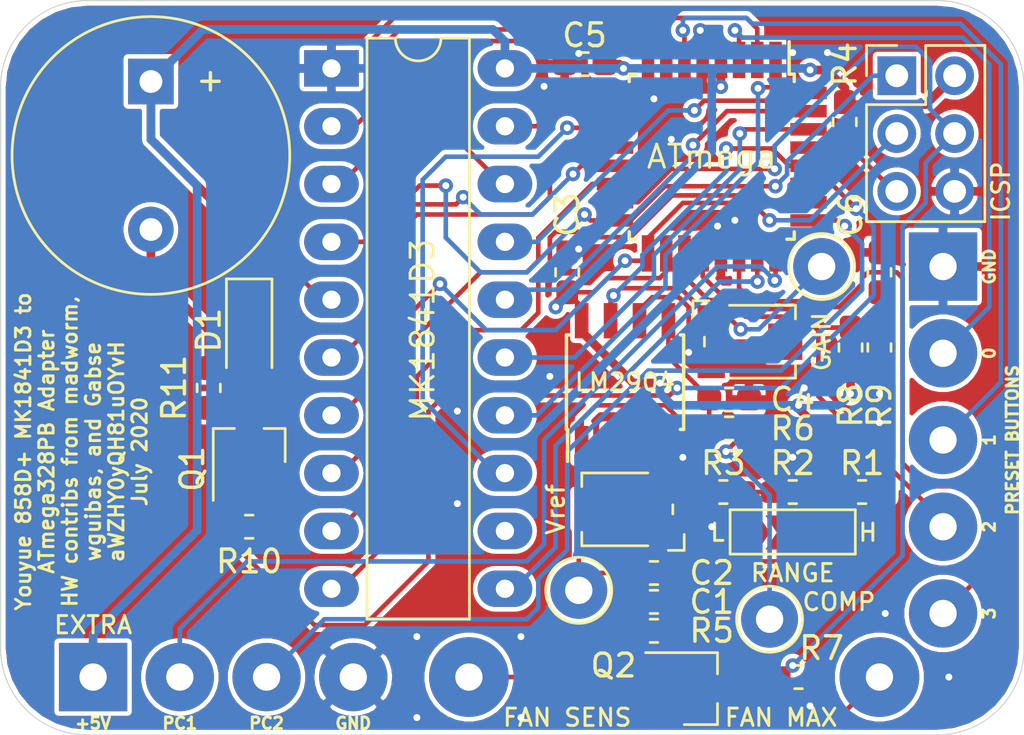
<source format=kicad_pcb>
(kicad_pcb (version 20171130) (host pcbnew "(5.1.0-0)")
  (layers (0 F.Cu signal) (31 B.Cu signal) (34 B.Paste user) (35 F.Paste user) (36 B.SilkS user) (37 F.SilkS user) (38 B.Mask user) (39 F.Mask user) (44 Edge.Cuts user))
  (net 0 "")
  (net 1 "Net-(BZ1-Pad2)")
  (net 2 +5V)
  (net 3 "Net-(C1-Pad2)")
  (net 4 "Net-(C1-Pad1)")
  (net 5 GND)
  (net 6 "Net-(C2-Pad1)")
  (net 7 "Net-(C4-Pad1)")
  (net 8 "Net-(C6-Pad1)")
  (net 9 /RESET)
  (net 10 /PB3)
  (net 11 /PB5)
  (net 12 /PB4)
  (net 13 /PC3)
  (net 14 /PD6)
  (net 15 /PB2)
  (net 16 /PD5)
  (net 17 /PD2)
  (net 18 /PB0)
  (net 19 /PD1)
  (net 20 /PB1)
  (net 21 /PD0)
  (net 22 /PD4)
  (net 23 /PD3)
  (net 24 /PD7)
  (net 25 /PB7)
  (net 26 "Net-(J3-Pad12)")
  (net 27 /PB6)
  (net 28 /PC0)
  (net 29 /PC2)
  (net 30 /PC1)
  (net 31 "Net-(J5-Pad1)")
  (net 32 "Net-(JP1-Pad3)")
  (net 33 "Net-(JP1-Pad2)")
  (net 34 "Net-(JP1-Pad1)")
  (net 35 /PC4)
  (net 36 "Net-(R6-Pad2)")
  (net 37 "Net-(RV2-Pad2)")
  (net 38 /PC5)
  (net 39 /PE3)
  (net 40 /PE2)
  (net 41 /PE1)
  (net 42 /PE0)
  (net 43 "Net-(Q1-Pad3)")
  (module Package_TO_SOT_SMD:SOT-23_Handsoldering (layer F.Cu) (at 44.958 44.958)
    (fp_text reference Q2 (at -3.81 -1.016) (layer F.SilkS))
    (fp_text value 2N7002)
    (pad 3 smd rect (at 1.5 0) (size 1.9 0.8) (layers F.Cu F.Paste F.Mask) (net 31 "Net-(J5-Pad1)"))
    (pad 2 smd rect (at -1.5 0.95) (size 1.9 0.8) (layers F.Cu F.Paste F.Mask) (net 5 GND))
    (pad 1 smd rect (at -1.5 -0.95) (size 1.9 0.8) (layers F.Cu F.Paste F.Mask) (net 10 /PB3))
  )
  (module Diode_SMD:D_SOD-123 (layer F.Cu) (at 25.146 29.21 270)
    (fp_text reference D1 (at 0 1.778 270) (layer F.SilkS))
    (fp_text value D_Small)
    (pad 2 smd rect (at 1.65 0 270) (size 0.9 1.2) (layers F.Cu F.Paste F.Mask) (net 1 "Net-(BZ1-Pad2)"))
    (pad 1 smd rect (at -1.65 0 270) (size 0.9 1.2) (layers F.Cu F.Paste F.Mask) (net 2 +5V))
  )
  (module Resistor_SMD:R_0603_1608Metric_Pad1.05x0.95mm_HandSolder (layer F.Cu) (at 23.368 31.75 270)
    (fp_text reference R11 (at 0 1.524 270) (layer F.SilkS))
    (fp_text value 220)
    (pad 2 smd roundrect (at 0.875 0 270) (size 1.05 0.95) (layers F.Cu F.Paste F.Mask) (net 43 "Net-(Q1-Pad3)"))
    (pad 1 smd roundrect (at -0.875 0 270) (size 1.05 0.95) (layers F.Cu F.Paste F.Mask) (net 1 "Net-(BZ1-Pad2)"))
  )
  (module Package_QFP:TQFP-32_7x7mm_P0.8mm (layer F.Cu) (at 45.466 21.59 270)
    (fp_text reference U2 hide)
    (fp_text value ATmega328PB-AU)
    (pad 32 smd rect (at -2.8 -4.25) (size 1.6 0.55) (layers F.Cu F.Paste F.Mask) (net 17 /PD2))
    (pad 31 smd rect (at -2 -4.25) (size 1.6 0.55) (layers F.Cu F.Paste F.Mask) (net 19 /PD1))
    (pad 30 smd rect (at -1.2 -4.25) (size 1.6 0.55) (layers F.Cu F.Paste F.Mask) (net 21 /PD0))
    (pad 29 smd rect (at -0.4 -4.25) (size 1.6 0.55) (layers F.Cu F.Paste F.Mask) (net 9 /RESET))
    (pad 28 smd rect (at 0.4 -4.25) (size 1.6 0.55) (layers F.Cu F.Paste F.Mask) (net 38 /PC5))
    (pad 27 smd rect (at 1.2 -4.25) (size 1.6 0.55) (layers F.Cu F.Paste F.Mask) (net 35 /PC4))
    (pad 26 smd rect (at 2 -4.25) (size 1.6 0.55) (layers F.Cu F.Paste F.Mask) (net 13 /PC3))
    (pad 25 smd rect (at 2.8 -4.25) (size 1.6 0.55) (layers F.Cu F.Paste F.Mask) (net 29 /PC2))
    (pad 24 smd rect (at 4.25 -2.8 270) (size 1.6 0.55) (layers F.Cu F.Paste F.Mask) (net 30 /PC1))
    (pad 23 smd rect (at 4.25 -2 270) (size 1.6 0.55) (layers F.Cu F.Paste F.Mask) (net 28 /PC0))
    (pad 22 smd rect (at 4.25 -1.2 270) (size 1.6 0.55) (layers F.Cu F.Paste F.Mask) (net 39 /PE3))
    (pad 21 smd rect (at 4.25 -0.4 270) (size 1.6 0.55) (layers F.Cu F.Paste F.Mask) (net 5 GND))
    (pad 20 smd rect (at 4.25 0.4 270) (size 1.6 0.55) (layers F.Cu F.Paste F.Mask) (net 8 "Net-(C6-Pad1)"))
    (pad 19 smd rect (at 4.25 1.2 270) (size 1.6 0.55) (layers F.Cu F.Paste F.Mask) (net 40 /PE2))
    (pad 18 smd rect (at 4.25 2 270) (size 1.6 0.55) (layers F.Cu F.Paste F.Mask) (net 2 +5V))
    (pad 17 smd rect (at 4.25 2.8 270) (size 1.6 0.55) (layers F.Cu F.Paste F.Mask) (net 11 /PB5))
    (pad 16 smd rect (at 2.8 4.25) (size 1.6 0.55) (layers F.Cu F.Paste F.Mask) (net 12 /PB4))
    (pad 15 smd rect (at 2 4.25) (size 1.6 0.55) (layers F.Cu F.Paste F.Mask) (net 10 /PB3))
    (pad 14 smd rect (at 1.2 4.25) (size 1.6 0.55) (layers F.Cu F.Paste F.Mask) (net 15 /PB2))
    (pad 13 smd rect (at 0.4 4.25) (size 1.6 0.55) (layers F.Cu F.Paste F.Mask) (net 20 /PB1))
    (pad 12 smd rect (at -0.4 4.25) (size 1.6 0.55) (layers F.Cu F.Paste F.Mask) (net 18 /PB0))
    (pad 11 smd rect (at -1.2 4.25) (size 1.6 0.55) (layers F.Cu F.Paste F.Mask) (net 24 /PD7))
    (pad 10 smd rect (at -2 4.25) (size 1.6 0.55) (layers F.Cu F.Paste F.Mask) (net 14 /PD6))
    (pad 9 smd rect (at -2.8 4.25) (size 1.6 0.55) (layers F.Cu F.Paste F.Mask) (net 16 /PD5))
    (pad 8 smd rect (at -4.25 2.8 270) (size 1.6 0.55) (layers F.Cu F.Paste F.Mask) (net 25 /PB7))
    (pad 7 smd rect (at -4.25 2 270) (size 1.6 0.55) (layers F.Cu F.Paste F.Mask) (net 27 /PB6))
    (pad 6 smd rect (at -4.25 1.2 270) (size 1.6 0.55) (layers F.Cu F.Paste F.Mask) (net 41 /PE1))
    (pad 5 smd rect (at -4.25 0.4 270) (size 1.6 0.55) (layers F.Cu F.Paste F.Mask) (net 5 GND))
    (pad 4 smd rect (at -4.25 -0.4 270) (size 1.6 0.55) (layers F.Cu F.Paste F.Mask) (net 2 +5V))
    (pad 3 smd rect (at -4.25 -1.2 270) (size 1.6 0.55) (layers F.Cu F.Paste F.Mask) (net 42 /PE0))
    (pad 2 smd rect (at -4.25 -2 270) (size 1.6 0.55) (layers F.Cu F.Paste F.Mask) (net 22 /PD4))
    (pad 1 smd rect (at -4.25 -2.8 270) (size 1.6 0.55) (layers F.Cu F.Paste F.Mask) (net 23 /PD3))
  )
  (module Connector_PinHeader_2.54mm:PinHeader_2x03_P2.54mm_Vertical (layer F.Cu) (at 53.594 18.034)
    (fp_text reference J2 hide)
    (fp_text value ICSP (at 4.572 5.08 90) (layer F.SilkS) (effects (font (size 0.762 0.762) (thickness 0.127))))
    (pad 6 thru_hole oval (at 2.54 5.08) (size 1.7 1.7) (drill 1) (layers *.Cu *.Mask) (net 5 GND))
    (pad 5 thru_hole oval (at 0 5.08) (size 1.7 1.7) (drill 1) (layers *.Cu *.Mask) (net 9 /RESET))
    (pad 4 thru_hole oval (at 2.54 2.54) (size 1.7 1.7) (drill 1) (layers *.Cu *.Mask) (net 10 /PB3))
    (pad 3 thru_hole oval (at 0 2.54) (size 1.7 1.7) (drill 1) (layers *.Cu *.Mask) (net 11 /PB5))
    (pad 2 thru_hole oval (at 2.54 0) (size 1.7 1.7) (drill 1) (layers *.Cu *.Mask) (net 2 +5V))
    (pad 1 thru_hole rect (at 0 0) (size 1.7 1.7) (drill 1) (layers *.Cu *.Mask) (net 12 /PB4))
  )
  (module Resistor_SMD:R_0603_1608Metric_Pad1.05x0.95mm_HandSolder (layer F.Cu) (at 25.146 37.846)
    (fp_text reference R10 (at 0 1.524) (layer F.SilkS))
    (fp_text value 10k)
    (pad 2 smd roundrect (at 0.875 0) (size 1.05 0.95) (layers F.Cu F.Paste F.Mask) (net 5 GND))
    (pad 1 smd roundrect (at -0.875 0) (size 1.05 0.95) (layers F.Cu F.Paste F.Mask) (net 35 /PC4))
  )
  (module Jumper:SolderJumper-3_P2.0mm_Open_TrianglePad1.0x1.5mm (layer F.Cu) (at 49.022 38.1)
    (fp_text reference JP1 hide)
    (fp_text value SolderJumper_3_Open)
    (pad 3 smd custom (at 2 0 180) (size 0.3 0.3) (layers F.Cu F.Mask) (net 32 "Net-(JP1-Pad3)") (options (clearance outline) (anchor rect)) (primitives (gr_poly (pts (xy -0.5 -0.75) (xy 0.5 -0.75) (xy 1 0) (xy 0.5 0.75) (xy -0.5 0.75)) (width 0))))
    (pad 2 smd custom (at 0 0) (size 0.3 0.3) (layers F.Cu) (net 33 "Net-(JP1-Pad2)") (options (clearance outline) (anchor rect)) (primitives (gr_poly (pts (xy -1.2 -0.75) (xy 1.2 -0.75) (xy 0.7 0) (xy 1.2 0.75) (xy -1.2 0.75) (xy -0.7 0)) (width 0))))
    (pad 1 smd custom (at -2 0) (size 0.3 0.3) (layers F.Cu F.Mask) (net 34 "Net-(JP1-Pad1)") (options (clearance outline) (anchor rect)) (primitives (gr_poly (pts (xy -0.5 -0.75) (xy 0.5 -0.75) (xy 1 0) (xy 0.5 0.75) (xy -0.5 0.75)) (width 0))))
  )
  (module Package_DIP:DIP-20_W7.62mm_LongPads (layer F.Cu) (at 28.76 17.712)
    (fp_text reference J3 hide)
    (fp_text value MK1841D3)
    (pad 20 thru_hole oval (at 7.62 0) (size 2.4 1.6) (drill 0.8) (layers *.Cu *.Mask) (net 2 +5V))
    (pad 10 thru_hole oval (at 0 22.86) (size 2.4 1.6) (drill 0.8) (layers *.Cu *.Mask) (net 13 /PC3))
    (pad 19 thru_hole oval (at 7.62 2.54) (size 2.4 1.6) (drill 0.8) (layers *.Cu *.Mask) (net 14 /PD6))
    (pad 9 thru_hole oval (at 0 20.32) (size 2.4 1.6) (drill 0.8) (layers *.Cu *.Mask) (net 15 /PB2))
    (pad 18 thru_hole oval (at 7.62 5.08) (size 2.4 1.6) (drill 0.8) (layers *.Cu *.Mask) (net 16 /PD5))
    (pad 8 thru_hole oval (at 0 17.78) (size 2.4 1.6) (drill 0.8) (layers *.Cu *.Mask) (net 11 /PB5))
    (pad 17 thru_hole oval (at 7.62 7.62) (size 2.4 1.6) (drill 0.8) (layers *.Cu *.Mask) (net 17 /PD2))
    (pad 7 thru_hole oval (at 0 15.24) (size 2.4 1.6) (drill 0.8) (layers *.Cu *.Mask) (net 18 /PB0))
    (pad 16 thru_hole oval (at 7.62 10.16) (size 2.4 1.6) (drill 0.8) (layers *.Cu *.Mask) (net 19 /PD1))
    (pad 6 thru_hole oval (at 0 12.7) (size 2.4 1.6) (drill 0.8) (layers *.Cu *.Mask) (net 20 /PB1))
    (pad 15 thru_hole oval (at 7.62 12.7) (size 2.4 1.6) (drill 0.8) (layers *.Cu *.Mask) (net 21 /PD0))
    (pad 5 thru_hole oval (at 0 10.16) (size 2.4 1.6) (drill 0.8) (layers *.Cu *.Mask) (net 22 /PD4))
    (pad 14 thru_hole oval (at 7.62 15.24) (size 2.4 1.6) (drill 0.8) (layers *.Cu *.Mask) (net 23 /PD3))
    (pad 4 thru_hole oval (at 0 7.62) (size 2.4 1.6) (drill 0.8) (layers *.Cu *.Mask) (net 12 /PB4))
    (pad 13 thru_hole oval (at 7.62 17.78) (size 2.4 1.6) (drill 0.8) (layers *.Cu *.Mask) (net 24 /PD7))
    (pad 3 thru_hole oval (at 0 5.08) (size 2.4 1.6) (drill 0.8) (layers *.Cu *.Mask) (net 25 /PB7))
    (pad 12 thru_hole oval (at 7.62 20.32) (size 2.4 1.6) (drill 0.8) (layers *.Cu *.Mask) (net 26 "Net-(J3-Pad12)"))
    (pad 2 thru_hole oval (at 0 2.54) (size 2.4 1.6) (drill 0.8) (layers *.Cu *.Mask) (net 27 /PB6))
    (pad 11 thru_hole oval (at 7.62 22.86) (size 2.4 1.6) (drill 0.8) (layers *.Cu *.Mask) (net 28 /PC0))
    (pad 1 thru_hole rect (at 0 0) (size 2.4 1.6) (drill 0.8) (layers *.Cu *.Mask) (net 5 GND))
  )
  (module Package_SO:SOIC-8_3.9x4.9mm_P1.27mm (layer F.Cu) (at 41.656 31.496 90)
    (fp_text reference U1 hide)
    (fp_text value LM2904)
    (pad 1 smd rect (at -2.7 -1.905 90) (size 1.55 0.6) (layers F.Cu F.Paste F.Mask) (net 36 "Net-(R6-Pad2)"))
    (pad 2 smd rect (at -2.7 -0.635 90) (size 1.55 0.6) (layers F.Cu F.Paste F.Mask) (net 6 "Net-(C2-Pad1)"))
    (pad 3 smd rect (at -2.7 0.635 90) (size 1.55 0.6) (layers F.Cu F.Paste F.Mask) (net 4 "Net-(C1-Pad1)"))
    (pad 4 smd rect (at -2.7 1.905 90) (size 1.55 0.6) (layers F.Cu F.Paste F.Mask) (net 5 GND))
    (pad 5 smd rect (at 2.7 1.905 90) (size 1.55 0.6) (layers F.Cu F.Paste F.Mask) (net 7 "Net-(C4-Pad1)"))
    (pad 6 smd rect (at 2.7 0.635 90) (size 1.55 0.6) (layers F.Cu F.Paste F.Mask) (net 37 "Net-(RV2-Pad2)"))
    (pad 7 smd rect (at 2.7 -0.635 90) (size 1.55 0.6) (layers F.Cu F.Paste F.Mask) (net 38 /PC5))
    (pad 8 smd rect (at 2.7 -1.905 90) (size 1.55 0.6) (layers F.Cu F.Paste F.Mask) (net 2 +5V))
  )
  (module TestPoint:TestPoint_THTPad_D2.5mm_Drill1.2mm (layer F.Cu) (at 50.292 26.416)
    (fp_text reference TP3 hide)
    (fp_text value FAN_SPEED)
    (pad 1 thru_hole circle (at 0 0) (size 2.5 2.5) (drill 1.2) (layers *.Cu *.Mask) (net 38 /PC5))
  )
  (module TestPoint:TestPoint_THTPad_D2.5mm_Drill1.2mm (layer F.Cu) (at 48.006 41.91)
    (fp_text reference TP2 hide)
    (fp_text value COMP_ADJ)
    (pad 1 thru_hole circle (at 0 0) (size 2.5 2.5) (drill 1.2) (layers *.Cu *.Mask) (net 36 "Net-(R6-Pad2)"))
  )
  (module TestPoint:TestPoint_THTPad_D2.5mm_Drill1.2mm (layer F.Cu) (at 39.624 40.64)
    (fp_text reference TP1 hide)
    (fp_text value Vref)
    (pad 1 thru_hole circle (at 0 0) (size 2.5 2.5) (drill 1.2) (layers *.Cu *.Mask) (net 6 "Net-(C2-Pad1)"))
  )
  (module 858D_Footprints:SolderWirePad_1x05_P3.81mm_Drill1.2mm (layer F.Cu) (at 55.626 26.416 270)
    (fp_text reference SW1 hide)
    (fp_text value SW_Push_4x)
    (pad 5 thru_hole circle (at 15.24 0 270) (size 2.99974 2.99974) (drill 1.19888) (layers *.Cu *.Mask) (net 39 /PE3))
    (pad 4 thru_hole circle (at 11.43 0 270) (size 2.99974 2.99974) (drill 1.19888) (layers *.Cu *.Mask) (net 40 /PE2))
    (pad 3 thru_hole circle (at 7.62 0 270) (size 2.99974 2.99974) (drill 1.19888) (layers *.Cu *.Mask) (net 41 /PE1))
    (pad 2 thru_hole circle (at 3.81 0 270) (size 2.99974 2.99974) (drill 1.19888) (layers *.Cu *.Mask) (net 42 /PE0))
    (pad 1 thru_hole rect (at 0 0 270) (size 2.99974 2.99974) (drill 1.19888) (layers *.Cu *.Mask) (net 5 GND))
  )
  (module Potentiometer_SMD:Potentiometer_Bourns_TC33X_Vertical (layer F.Cu) (at 47.244 29.718)
    (fp_text reference RV2 hide)
    (fp_text value 10k)
    (pad 2 smd rect (at 1.45 0) (size 1.5 1.6) (layers F.Cu F.Paste F.Mask) (net 37 "Net-(RV2-Pad2)"))
    (pad 3 smd rect (at -1.8 1) (size 1.2 1.2) (layers F.Cu F.Paste F.Mask) (net 5 GND))
    (pad 1 smd rect (at -1.8 -1) (size 1.2 1.2) (layers F.Cu F.Paste F.Mask) (net 38 /PC5))
  )
  (module Potentiometer_SMD:Potentiometer_Bourns_TC33X_Vertical (layer F.Cu) (at 41.656 37.084 180)
    (fp_text reference RV1 hide)
    (fp_text value 10k)
    (pad 2 smd rect (at 1.45 0 180) (size 1.5 1.6) (layers F.Cu F.Paste F.Mask) (net 6 "Net-(C2-Pad1)"))
    (pad 3 smd rect (at -1.8 1 180) (size 1.2 1.2) (layers F.Cu F.Paste F.Mask) (net 5 GND))
    (pad 1 smd rect (at -1.8 -1 180) (size 1.2 1.2) (layers F.Cu F.Paste F.Mask) (net 33 "Net-(JP1-Pad2)"))
  )
  (module Resistor_SMD:R_0603_1608Metric_Pad1.05x0.95mm_HandSolder (layer F.Cu) (at 52.832 29.972 270)
    (fp_text reference R9 (at 2.54 0 270) (layer F.SilkS))
    (fp_text value 10k)
    (pad 2 smd roundrect (at 0.875 0 270) (size 1.05 0.95) (layers F.Cu F.Paste F.Mask) (net 5 GND))
    (pad 1 smd roundrect (at -0.875 0 270) (size 1.05 0.95) (layers F.Cu F.Paste F.Mask) (net 8 "Net-(C6-Pad1)"))
  )
  (module Resistor_SMD:R_0603_1608Metric_Pad1.05x0.95mm_HandSolder (layer F.Cu) (at 51.562 29.972 90)
    (fp_text reference R8 (at -2.54 0 90) (layer F.SilkS))
    (fp_text value 10k)
    (pad 2 smd roundrect (at 0.875 0 90) (size 1.05 0.95) (layers F.Cu F.Paste F.Mask) (net 8 "Net-(C6-Pad1)"))
    (pad 1 smd roundrect (at -0.875 0 90) (size 1.05 0.95) (layers F.Cu F.Paste F.Mask) (net 2 +5V))
  )
  (module Resistor_SMD:R_0603_1608Metric_Pad1.05x0.95mm_HandSolder (layer F.Cu) (at 49.276 44.45)
    (fp_text reference R7 (at 1.016 -1.27) (layer F.SilkS))
    (fp_text value 10k)
    (pad 2 smd roundrect (at 0.875 0) (size 1.05 0.95) (layers F.Cu F.Paste F.Mask) (net 5 GND))
    (pad 1 smd roundrect (at -0.875 0) (size 1.05 0.95) (layers F.Cu F.Paste F.Mask) (net 10 /PB3))
  )
  (module Resistor_SMD:R_0603_1608Metric_Pad1.05x0.95mm_HandSolder (layer F.Cu) (at 46.228 33.528)
    (fp_text reference R6 (at 2.794 0) (layer F.SilkS))
    (fp_text value 100k)
    (pad 2 smd roundrect (at 0.875 0) (size 1.05 0.95) (layers F.Cu F.Paste F.Mask) (net 36 "Net-(R6-Pad2)"))
    (pad 1 smd roundrect (at -0.875 0) (size 1.05 0.95) (layers F.Cu F.Paste F.Mask) (net 7 "Net-(C4-Pad1)"))
  )
  (module Resistor_SMD:R_0603_1608Metric_Pad1.05x0.95mm_HandSolder (layer F.Cu) (at 42.926 42.418 180)
    (fp_text reference R5 (at -2.54 0 180) (layer F.SilkS))
    (fp_text value 1M)
    (pad 2 smd roundrect (at 0.875 0 180) (size 1.05 0.95) (layers F.Cu F.Paste F.Mask) (net 5 GND))
    (pad 1 smd roundrect (at -0.875 0 180) (size 1.05 0.95) (layers F.Cu F.Paste F.Mask) (net 4 "Net-(C1-Pad1)"))
  )
  (module Resistor_SMD:R_0603_1608Metric_Pad1.05x0.95mm_HandSolder (layer F.Cu) (at 51.308 20.066 270)
    (fp_text reference R4 (at -2.54 0 270) (layer F.SilkS))
    (fp_text value 10k)
    (pad 2 smd roundrect (at 0.875 0 270) (size 1.05 0.95) (layers F.Cu F.Paste F.Mask) (net 9 /RESET))
    (pad 1 smd roundrect (at -0.875 0 270) (size 1.05 0.95) (layers F.Cu F.Paste F.Mask) (net 2 +5V))
  )
  (module Resistor_SMD:R_0603_1608Metric_Pad1.05x0.95mm_HandSolder (layer F.Cu) (at 45.974 36.322 180)
    (fp_text reference R3 (at 0 1.27 180) (layer F.SilkS))
    (fp_text value 390)
    (pad 2 smd roundrect (at 0.875 0 180) (size 1.05 0.95) (layers F.Cu F.Paste F.Mask) (net 5 GND))
    (pad 1 smd roundrect (at -0.875 0 180) (size 1.05 0.95) (layers F.Cu F.Paste F.Mask) (net 34 "Net-(JP1-Pad1)"))
  )
  (module Resistor_SMD:R_0603_1608Metric_Pad1.05x0.95mm_HandSolder (layer F.Cu) (at 49.022 36.322 180)
    (fp_text reference R2 (at 0 1.27 180) (layer F.SilkS))
    (fp_text value 390)
    (pad 2 smd roundrect (at 0.875 0 180) (size 1.05 0.95) (layers F.Cu F.Paste F.Mask) (net 34 "Net-(JP1-Pad1)"))
    (pad 1 smd roundrect (at -0.875 0 180) (size 1.05 0.95) (layers F.Cu F.Paste F.Mask) (net 32 "Net-(JP1-Pad3)"))
  )
  (module Resistor_SMD:R_0603_1608Metric_Pad1.05x0.95mm_HandSolder (layer F.Cu) (at 52.07 36.322 180)
    (fp_text reference R1 (at 0 1.27 180) (layer F.SilkS))
    (fp_text value 10k)
    (pad 2 smd roundrect (at 0.875 0 180) (size 1.05 0.95) (layers F.Cu F.Paste F.Mask) (net 32 "Net-(JP1-Pad3)"))
    (pad 1 smd roundrect (at -0.875 0 180) (size 1.05 0.95) (layers F.Cu F.Paste F.Mask) (net 2 +5V))
  )
  (module Package_TO_SOT_SMD:SOT-23_Handsoldering (layer F.Cu) (at 25.146 34.29 90)
    (fp_text reference Q1 (at -1.016 -2.5 90) (layer F.SilkS))
    (fp_text value 2N7002)
    (pad 3 smd rect (at 1.5 0 90) (size 1.9 0.8) (layers F.Cu F.Paste F.Mask) (net 43 "Net-(Q1-Pad3)"))
    (pad 2 smd rect (at -1.5 0.95 90) (size 1.9 0.8) (layers F.Cu F.Paste F.Mask) (net 5 GND))
    (pad 1 smd rect (at -1.5 -0.95 90) (size 1.9 0.8) (layers F.Cu F.Paste F.Mask) (net 35 /PC4))
  )
  (module Connector_Wire:SolderWirePad_1x01_Drill1.2mm (layer F.Cu) (at 52.832 44.45)
    (fp_text reference J5 hide)
    (fp_text value FAN_MAX_SPEED)
    (pad 1 thru_hole circle (at 0 0) (size 3.50012 3.50012) (drill 1.19888) (layers *.Cu *.Mask) (net 31 "Net-(J5-Pad1)"))
  )
  (module Connector_Wire:SolderWirePad_1x04_P3.81mm_Drill1.2mm (layer F.Cu) (at 18.288 44.45)
    (fp_text reference J4 hide)
    (fp_text value Extra)
    (pad 4 thru_hole circle (at 11.43 0) (size 2.99974 2.99974) (drill 1.19888) (layers *.Cu *.Mask) (net 5 GND))
    (pad 3 thru_hole circle (at 7.62 0) (size 2.99974 2.99974) (drill 1.19888) (layers *.Cu *.Mask) (net 29 /PC2))
    (pad 2 thru_hole circle (at 3.81 0) (size 2.99974 2.99974) (drill 1.19888) (layers *.Cu *.Mask) (net 30 /PC1))
    (pad 1 thru_hole rect (at 0 0) (size 2.99974 2.99974) (drill 1.19888) (layers *.Cu *.Mask) (net 2 +5V))
  )
  (module Connector_Wire:SolderWirePad_1x01_Drill1.2mm (layer F.Cu) (at 34.798 44.45)
    (fp_text reference J1 hide)
    (fp_text value ISENSE)
    (pad 1 thru_hole circle (at 0 0) (size 3.50012 3.50012) (drill 1.19888) (layers *.Cu *.Mask) (net 3 "Net-(C1-Pad2)"))
  )
  (module Capacitor_SMD:C_0603_1608Metric_Pad1.05x0.95mm_HandSolder (layer F.Cu) (at 52.832 26.67 90)
    (fp_text reference C6 (at 2.54 -1.27 90) (layer F.SilkS))
    (fp_text value 100n)
    (pad 2 smd roundrect (at 0.875 0 90) (size 1.05 0.95) (layers F.Cu F.Paste F.Mask) (net 5 GND))
    (pad 1 smd roundrect (at -0.875 0 90) (size 1.05 0.95) (layers F.Cu F.Paste F.Mask) (net 8 "Net-(C6-Pad1)"))
  )
  (module Capacitor_SMD:C_0603_1608Metric_Pad1.05x0.95mm_HandSolder (layer F.Cu) (at 39.878 17.526)
    (fp_text reference C5 (at 0 -1.27) (layer F.SilkS))
    (fp_text value 100n)
    (pad 2 smd roundrect (at 0.875 0) (size 1.05 0.95) (layers F.Cu F.Paste F.Mask) (net 2 +5V))
    (pad 1 smd roundrect (at -0.875 0) (size 1.05 0.95) (layers F.Cu F.Paste F.Mask) (net 5 GND))
  )
  (module Capacitor_SMD:C_0603_1608Metric_Pad1.05x0.95mm_HandSolder (layer F.Cu) (at 46.228 32.258)
    (fp_text reference C4 (at 2.794 0) (layer F.SilkS))
    (fp_text value 1µ)
    (pad 2 smd roundrect (at 0.875 0) (size 1.05 0.95) (layers F.Cu F.Paste F.Mask) (net 5 GND))
    (pad 1 smd roundrect (at -0.875 0) (size 1.05 0.95) (layers F.Cu F.Paste F.Mask) (net 7 "Net-(C4-Pad1)"))
  )
  (module Capacitor_SMD:C_0603_1608Metric_Pad1.05x0.95mm_HandSolder (layer F.Cu) (at 39.116 26.67 90)
    (fp_text reference C3 (at 2.54 0 90) (layer F.SilkS))
    (fp_text value 100n)
    (pad 2 smd roundrect (at 0.875 0 90) (size 1.05 0.95) (layers F.Cu F.Paste F.Mask) (net 5 GND))
    (pad 1 smd roundrect (at -0.875 0 90) (size 1.05 0.95) (layers F.Cu F.Paste F.Mask) (net 2 +5V))
  )
  (module Capacitor_SMD:C_0603_1608Metric_Pad1.05x0.95mm_HandSolder (layer F.Cu) (at 42.926 39.878)
    (fp_text reference C2 (at 2.54 0) (layer F.SilkS))
    (fp_text value 100n)
    (pad 2 smd roundrect (at 0.875 0) (size 1.05 0.95) (layers F.Cu F.Paste F.Mask) (net 5 GND))
    (pad 1 smd roundrect (at -0.875 0) (size 1.05 0.95) (layers F.Cu F.Paste F.Mask) (net 6 "Net-(C2-Pad1)"))
  )
  (module Capacitor_SMD:C_0603_1608Metric_Pad1.05x0.95mm_HandSolder (layer F.Cu) (at 42.926 41.148 180)
    (fp_text reference C1 (at -2.54 0 180) (layer F.SilkS))
    (fp_text value 100n)
    (pad 2 smd roundrect (at 0.875 0 180) (size 1.05 0.95) (layers F.Cu F.Paste F.Mask) (net 3 "Net-(C1-Pad2)"))
    (pad 1 smd roundrect (at -0.875 0 180) (size 1.05 0.95) (layers F.Cu F.Paste F.Mask) (net 4 "Net-(C1-Pad1)"))
  )
  (module 858D_Footprints:Buzzer_12x9.5RM6.5 (layer F.Cu) (at 20.828 18.288 270)
    (fp_text reference BZ1 hide)
    (fp_text value Buzzer)
    (fp_text user + (at -0.01 -2.54 270) (layer F.SilkS))
    (pad 2 thru_hole circle (at 6.5 0 270) (size 2 2) (drill 1) (layers *.Cu *.Mask) (net 1 "Net-(BZ1-Pad2)"))
    (pad 1 thru_hole rect (at 0 0 270) (size 2 2) (drill 1) (layers *.Cu *.Mask) (net 2 +5V))
  )
  (gr_text LM2904 (at 41.656 31.496) (layer F.SilkS) (effects (font (size 0.762 0.762) (thickness 0.127))))
  (gr_text 3 (at 57.658 41.656 90) (layer F.SilkS) (effects (font (size 0.508 0.508) (thickness 0.127))))
  (gr_text 2 (at 57.658 37.846 90) (layer F.SilkS) (effects (font (size 0.508 0.508) (thickness 0.127))))
  (gr_text 1 (at 57.658 34.036 90) (layer F.SilkS) (effects (font (size 0.508 0.508) (thickness 0.127))))
  (gr_text 0 (at 57.658 30.226 90) (layer F.SilkS) (effects (font (size 0.508 0.508) (thickness 0.127))))
  (gr_text GND (at 57.658 26.416 90) (layer F.SilkS) (effects (font (size 0.508 0.508) (thickness 0.127))))
  (gr_text "PRESET BUTTONS" (at 58.674 34.036 90) (layer F.SilkS) (effects (font (size 0.508 0.508) (thickness 0.127))))
  (gr_text GND (at 29.718 46.482) (layer F.SilkS) (effects (font (size 0.508 0.508) (thickness 0.127))))
  (gr_text PC2 (at 25.908 46.482) (layer F.SilkS) (effects (font (size 0.508 0.508) (thickness 0.127))))
  (gr_text PC1 (at 22.098 46.482) (layer F.SilkS) (effects (font (size 0.508 0.508) (thickness 0.127))))
  (gr_text +5V (at 18.288 46.482) (layer F.SilkS) (effects (font (size 0.508 0.508) (thickness 0.127))))
  (gr_text ATmega (at 45.466 21.59) (layer F.SilkS) (effects (font (size 1.016 1.016) (thickness 0.127))))
  (gr_text "Youyue 858D+ MK1841D3 to\nATmega328PB Adapter\nHW contribs from madworm,\nwguibas, and Gabse\naWZHY0yQH81uOYvH\nJuly 2020" (at 17.78 34.544 90) (layer F.SilkS) (effects (font (size 0.635 0.635) (thickness 0.127))))
  (gr_arc (start 18.034 43.18) (end 14.224 43.18) (angle -90) (layer Edge.Cuts) (width 0.05))
  (gr_arc (start 18.034 18.542) (end 18.034 14.732) (angle -90) (layer Edge.Cuts) (width 0.05))
  (gr_arc (start 55.372 18.542) (end 59.182 18.542) (angle -90) (layer Edge.Cuts) (width 0.05))
  (gr_arc (start 55.372 43.18) (end 55.372 46.99) (angle -90) (layer Edge.Cuts) (width 0.05))
  (gr_line (start 18.034 14.732) (end 55.372 14.732) (layer Edge.Cuts) (width 0.05))
  (gr_line (start 14.224 43.18) (end 14.224 18.542) (layer Edge.Cuts) (width 0.05))
  (gr_line (start 55.372 46.99) (end 18.034 46.99) (layer Edge.Cuts) (width 0.05))
  (gr_line (start 59.182 18.542) (end 59.182 43.18) (layer Edge.Cuts) (width 0.05))
  (gr_text EXTRA (at 18.288 42.164) (layer F.SilkS) (effects (font (size 0.762 0.762) (thickness 0.127))))
  (gr_text "FAN SENS" (at 39.116 46.228) (layer F.SilkS) (effects (font (size 0.762 0.762) (thickness 0.127))))
  (gr_text "FAN MAX" (at 48.514 46.228) (layer F.SilkS) (effects (font (size 0.762 0.762) (thickness 0.127))))
  (gr_text COMP (at 51.054 41.148) (layer F.SilkS) (effects (font (size 0.762 0.762) (thickness 0.127))))
  (gr_text GAIN (at 50.292 29.718 90) (layer F.SilkS) (effects (font (size 0.762 0.762) (thickness 0.127))))
  (gr_text MK1841D3 (at 32.766 29.21 90) (layer F.SilkS) (effects (font (size 1.016 1.016) (thickness 0.127))))
  (gr_text RANGE (at 49.022 39.878) (layer F.SilkS) (effects (font (size 0.762 0.762) (thickness 0.127))))
  (gr_text H (at 52.324 38.1) (layer F.SilkS) (effects (font (size 0.762 0.762) (thickness 0.127))))
  (gr_text L (at 45.72 38.1) (layer F.SilkS) (effects (font (size 0.762 0.762) (thickness 0.127))))
  (gr_text Vref (at 38.608 37.084 90) (layer F.SilkS) (effects (font (size 0.762 0.762) (thickness 0.127))))
  (segment (start 20.828 26.67) (end 20.828 24.788) (width 0.381) (layer F.Cu) (net 1))
  (segment (start 25.146 30.714) (end 24.872 30.714) (width 0.381) (layer F.Cu) (net 1))
  (segment (start 24.985 30.875) (end 25.146 30.714) (width 0.381) (layer F.Cu) (net 1))
  (segment (start 23.368 30.875) (end 24.985 30.875) (width 0.381) (layer F.Cu) (net 1))
  (segment (start 23.368 29.21) (end 23.368 30.875) (width 0.381) (layer F.Cu) (net 1))
  (segment (start 20.828 26.67) (end 23.368 29.21) (width 0.381) (layer F.Cu) (net 1))
  (segment (start 23.114 16.002) (end 20.828 18.288) (width 0.381) (layer B.Cu) (net 2))
  (segment (start 35.851 16.002) (end 23.114 16.002) (width 0.381) (layer B.Cu) (net 2))
  (segment (start 36.38 16.531) (end 35.851 16.002) (width 0.381) (layer B.Cu) (net 2))
  (segment (start 36.38 17.712) (end 36.38 16.531) (width 0.381) (layer B.Cu) (net 2))
  (segment (start 20.828 20.828) (end 25.146 25.146) (width 0.381) (layer F.Cu) (net 2))
  (segment (start 25.146 25.146) (end 25.146 27.333) (width 0.381) (layer F.Cu) (net 2))
  (segment (start 20.828 18.288) (end 20.828 20.828) (width 0.381) (layer F.Cu) (net 2))
  (segment (start 51.421 19.304) (end 51.308 19.191) (width 0.381) (layer F.Cu) (net 2))
  (segment (start 54.864 19.304) (end 51.421 19.304) (width 0.381) (layer F.Cu) (net 2))
  (segment (start 56.134 18.034) (end 54.864 19.304) (width 0.381) (layer F.Cu) (net 2))
  (segment (start 50.522 17.78) (end 51.308 18.566) (width 0.381) (layer F.Cu) (net 2))
  (segment (start 51.308 18.566) (end 51.308 19.191) (width 0.381) (layer F.Cu) (net 2))
  (segment (start 49.784 17.78) (end 50.522 17.78) (width 0.381) (layer F.Cu) (net 2))
  (via (at 49.784 17.78) (size 0.635) (drill 0.3048) (layers F.Cu B.Cu) (net 2))
  (segment (start 49.716 17.712) (end 49.784 17.78) (width 0.381) (layer B.Cu) (net 2))
  (via (at 41.588 17.712) (size 0.635) (drill 0.3048) (layers F.Cu B.Cu) (net 2))
  (segment (start 41.402 17.526) (end 41.588 17.712) (width 0.381) (layer F.Cu) (net 2))
  (segment (start 40.753 17.526) (end 41.402 17.526) (width 0.381) (layer F.Cu) (net 2))
  (segment (start 36.38 17.712) (end 41.588 17.712) (width 0.381) (layer B.Cu) (net 2))
  (via (at 49.276 32.512) (size 0.635) (drill 0.3048) (layers F.Cu B.Cu) (net 2))
  (segment (start 49.276 32.653) (end 49.276 32.512) (width 0.381) (layer F.Cu) (net 2))
  (segment (start 52.945 36.322) (end 49.276 32.653) (width 0.381) (layer F.Cu) (net 2))
  (via (at 51.562 32.004) (size 0.635) (drill 0.3048) (layers F.Cu B.Cu) (net 2))
  (segment (start 51.054 32.512) (end 51.562 32.004) (width 0.381) (layer B.Cu) (net 2))
  (segment (start 49.276 32.512) (end 51.054 32.512) (width 0.381) (layer B.Cu) (net 2))
  (segment (start 51.562 32.004) (end 51.562 30.847) (width 0.381) (layer F.Cu) (net 2))
  (segment (start 46.55 17.712) (end 49.716 17.712) (width 0.381) (layer B.Cu) (net 2))
  (segment (start 45.788 17.712) (end 46.55 17.712) (width 0.381) (layer B.Cu) (net 2))
  (segment (start 40.894 26.924) (end 40.273 27.545) (width 0.2032) (layer F.Cu) (net 2))
  (segment (start 43.18 26.924) (end 40.894 26.924) (width 0.2032) (layer F.Cu) (net 2))
  (segment (start 40.273 27.545) (end 39.116 27.545) (width 0.2032) (layer F.Cu) (net 2))
  (segment (start 43.466 26.638) (end 43.18 26.924) (width 0.2032) (layer F.Cu) (net 2))
  (segment (start 43.466 25.84) (end 43.466 26.638) (width 0.2032) (layer F.Cu) (net 2))
  (segment (start 39.751 28.18) (end 39.116 27.545) (width 0.2032) (layer F.Cu) (net 2))
  (segment (start 39.751 28.796) (end 39.751 28.18) (width 0.2032) (layer F.Cu) (net 2))
  (segment (start 45.466 18.796) (end 45.466 21.336) (width 0.381) (layer B.Cu) (net 2))
  (via (at 38.608 28.194) (size 0.635) (drill 0.3048) (layers F.Cu B.Cu) (net 2))
  (segment (start 38.925499 27.876501) (end 38.608 28.194) (width 0.381) (layer B.Cu) (net 2))
  (segment (start 45.466 21.336) (end 38.925499 27.876501) (width 0.381) (layer B.Cu) (net 2))
  (segment (start 38.608 28.053) (end 39.116 27.545) (width 0.381) (layer F.Cu) (net 2))
  (segment (start 38.608 28.194) (end 38.608 28.053) (width 0.381) (layer F.Cu) (net 2))
  (segment (start 45.466 17.898) (end 45.652 17.712) (width 0.381) (layer B.Cu) (net 2))
  (segment (start 45.652 17.712) (end 45.788 17.712) (width 0.381) (layer B.Cu) (net 2))
  (segment (start 41.588 17.712) (end 45.652 17.712) (width 0.381) (layer B.Cu) (net 2))
  (segment (start 45.866 17.34) (end 45.866 18.521) (width 0.381) (layer F.Cu) (net 2))
  (via (at 45.866003 18.521003) (size 0.635) (drill 0.3048) (layers F.Cu B.Cu) (net 2))
  (segment (start 45.866 18.521) (end 45.866003 18.521003) (width 0.381) (layer F.Cu) (net 2))
  (segment (start 45.486997 18.521003) (end 45.466 18.542) (width 0.381) (layer B.Cu) (net 2))
  (segment (start 45.866003 18.521003) (end 45.486997 18.521003) (width 0.381) (layer B.Cu) (net 2))
  (segment (start 45.466 18.542) (end 45.466 17.898) (width 0.381) (layer B.Cu) (net 2))
  (segment (start 45.466 18.796) (end 45.466 18.542) (width 0.381) (layer B.Cu) (net 2))
  (segment (start 43.714037 32.512) (end 43.185159 31.983122) (width 0.381) (layer B.Cu) (net 2))
  (segment (start 43.185159 31.983122) (end 43.185159 31.53411) (width 0.381) (layer B.Cu) (net 2))
  (via (at 43.185159 31.53411) (size 0.635) (drill 0.3048) (layers F.Cu B.Cu) (net 2))
  (segment (start 42.736147 31.53411) (end 43.185159 31.53411) (width 0.381) (layer F.Cu) (net 2))
  (segment (start 49.276 32.512) (end 43.714037 32.512) (width 0.381) (layer B.Cu) (net 2))
  (segment (start 39.751 29.271) (end 42.01411 31.53411) (width 0.381) (layer F.Cu) (net 2))
  (segment (start 39.751 28.796) (end 39.751 29.271) (width 0.381) (layer F.Cu) (net 2))
  (segment (start 42.01411 31.53411) (end 42.736147 31.53411) (width 0.381) (layer F.Cu) (net 2))
  (segment (start 18.288 42.56913) (end 18.288 44.45) (width 0.381) (layer B.Cu) (net 2))
  (segment (start 22.86 37.99713) (end 18.288 42.56913) (width 0.381) (layer B.Cu) (net 2))
  (segment (start 22.86 22.86) (end 22.86 37.99713) (width 0.381) (layer B.Cu) (net 2))
  (segment (start 20.828 20.828) (end 22.86 22.86) (width 0.381) (layer B.Cu) (net 2))
  (segment (start 20.828 18.288) (end 20.828 20.828) (width 0.381) (layer B.Cu) (net 2))
  (segment (start 40.066958 44.45) (end 40.8375 43.679458) (width 0.2032) (layer F.Cu) (net 3))
  (segment (start 37.592 44.45) (end 40.066958 44.45) (width 0.2032) (layer F.Cu) (net 3))
  (segment (start 40.8375 43.679458) (end 40.8375 42.3615) (width 0.2032) (layer F.Cu) (net 3))
  (segment (start 42.051 41.148) (end 40.8375 42.3615) (width 0.2032) (layer F.Cu) (net 3))
  (segment (start 37.592 44.45) (end 34.798 44.45) (width 0.2032) (layer F.Cu) (net 3))
  (segment (start 43.801 42.418) (end 43.801 41.148) (width 0.2032) (layer F.Cu) (net 4))
  (segment (start 43.801 41.148) (end 42.926 40.273) (width 0.2032) (layer F.Cu) (net 4))
  (segment (start 42.926 40.273) (end 42.926 39.37) (width 0.2032) (layer F.Cu) (net 4))
  (segment (start 42.291 38.735) (end 42.291 34.196) (width 0.2032) (layer F.Cu) (net 4))
  (segment (start 42.926 39.37) (end 42.291 38.735) (width 0.2032) (layer F.Cu) (net 4))
  (via (at 43.688 20.828) (size 0.635) (drill 0.3048) (layers F.Cu B.Cu) (net 5))
  (via (at 34.29 32.766) (size 0.635) (drill 0.3048) (layers F.Cu B.Cu) (net 5))
  (via (at 45.466 37.846) (size 0.635) (drill 0.3048) (layers F.Cu B.Cu) (net 5))
  (via (at 52.832 32.004) (size 0.635) (drill 0.3048) (layers F.Cu B.Cu) (net 5))
  (via (at 52.832 33.274) (size 0.635) (drill 0.3048) (layers F.Cu B.Cu) (net 5))
  (via (at 42.926 19.05) (size 0.635) (drill 0.3048) (layers F.Cu B.Cu) (net 5))
  (via (at 55.88 44.45) (size 0.635) (drill 0.3048) (layers F.Cu B.Cu) (net 5))
  (via (at 53.086 41.656) (size 0.635) (drill 0.3048) (layers F.Cu B.Cu) (net 5))
  (via (at 49.784 45.72) (size 0.635) (drill 0.3048) (layers F.Cu B.Cu) (net 5))
  (via (at 32.512 46.228) (size 0.635) (drill 0.3048) (layers F.Cu B.Cu) (net 5))
  (via (at 37.084 46.228) (size 0.635) (drill 0.3048) (layers F.Cu B.Cu) (net 5))
  (via (at 32.512 42.672) (size 0.635) (drill 0.3048) (layers F.Cu B.Cu) (net 5))
  (via (at 37.084 42.672) (size 0.635) (drill 0.3048) (layers F.Cu B.Cu) (net 5))
  (via (at 49.022 34.798) (size 0.635) (drill 0.3048) (layers F.Cu B.Cu) (net 5))
  (via (at 34.29 36.83) (size 0.635) (drill 0.3048) (layers F.Cu B.Cu) (net 5))
  (via (at 49.53 31.75) (size 0.635) (drill 0.3048) (layers F.Cu B.Cu) (net 5))
  (via (at 38.354 31.242) (size 0.635) (drill 0.3048) (layers F.Cu B.Cu) (net 5))
  (via (at 49.022 17.018) (size 0.635) (drill 0.3048) (layers F.Cu B.Cu) (net 5))
  (via (at 50.546 17.018) (size 0.635) (drill 0.3048) (layers F.Cu B.Cu) (net 5))
  (via (at 39.618841 25.648841) (size 0.635) (drill 0.3048) (layers F.Cu B.Cu) (net 5))
  (segment (start 43.878501 34.480501) (end 44.196 34.798) (width 0.381) (layer F.Cu) (net 5))
  (segment (start 43.594 34.196) (end 43.878501 34.480501) (width 0.381) (layer F.Cu) (net 5))
  (segment (start 43.561 34.196) (end 43.594 34.196) (width 0.381) (layer F.Cu) (net 5))
  (via (at 44.196 34.798) (size 0.635) (drill 0.3048) (layers F.Cu B.Cu) (net 5))
  (via (at 39.624 17.05611) (size 0.635) (drill 0.3048) (layers F.Cu B.Cu) (net 5))
  (via (at 38.100003 18.500992) (size 0.635) (drill 0.3048) (layers F.Cu B.Cu) (net 5))
  (via (at 44.958023 16.04011) (size 0.635) (drill 0.3048) (layers F.Cu B.Cu) (net 5))
  (via (at 46.482 24.384) (size 0.635) (drill 0.3048) (layers F.Cu B.Cu) (net 5))
  (via (at 45.72 24.638) (size 0.635) (drill 0.3048) (layers F.Cu B.Cu) (net 5))
  (via (at 44.45 30.18789) (size 0.635) (drill 0.3048) (layers F.Cu B.Cu) (net 5))
  (segment (start 39.618841 25.648841) (end 39.872841 25.648841) (width 0.2032) (layer F.Cu) (net 5))
  (segment (start 41.021 35.1742) (end 41.021 34.196) (width 0.2032) (layer F.Cu) (net 6))
  (segment (start 41.021 35.2658) (end 41.021 35.1742) (width 0.2032) (layer F.Cu) (net 6))
  (segment (start 40.206 36.0808) (end 41.021 35.2658) (width 0.2032) (layer F.Cu) (net 6))
  (segment (start 40.206 37.084) (end 40.206 36.0808) (width 0.2032) (layer F.Cu) (net 6))
  (segment (start 39.624 37.666) (end 40.206 37.084) (width 0.2032) (layer F.Cu) (net 6))
  (segment (start 39.624 40.64) (end 39.624 37.666) (width 0.2032) (layer F.Cu) (net 6))
  (segment (start 40.386 39.878) (end 39.624 40.64) (width 0.2032) (layer F.Cu) (net 6))
  (segment (start 42.051 39.878) (end 40.386 39.878) (width 0.2032) (layer F.Cu) (net 6))
  (segment (start 45.353 33.528) (end 45.353 32.258) (width 0.2032) (layer F.Cu) (net 7))
  (segment (start 44.853928 31.693678) (end 43.561 30.40075) (width 0.2032) (layer F.Cu) (net 7))
  (segment (start 44.853928 31.758928) (end 44.853928 31.693678) (width 0.2032) (layer F.Cu) (net 7))
  (segment (start 43.561 30.40075) (end 43.561 29.7742) (width 0.2032) (layer F.Cu) (net 7))
  (segment (start 45.353 32.258) (end 44.853928 31.758928) (width 0.2032) (layer F.Cu) (net 7))
  (segment (start 43.561 29.7742) (end 43.561 28.796) (width 0.2032) (layer F.Cu) (net 7))
  (segment (start 51.562 29.097) (end 52.832 29.097) (width 0.2032) (layer F.Cu) (net 8))
  (segment (start 52.832 29.097) (end 52.832 27.545) (width 0.2032) (layer F.Cu) (net 8))
  (segment (start 50.987 29.097) (end 51.562 29.097) (width 0.2032) (layer F.Cu) (net 8))
  (segment (start 50.474012 29.097) (end 50.987 29.097) (width 0.2032) (layer F.Cu) (net 8))
  (segment (start 45.066 25.84) (end 45.066 26.8432) (width 0.2032) (layer F.Cu) (net 8))
  (segment (start 46.355188 27.559188) (end 47.082765 28.286765) (width 0.2032) (layer F.Cu) (net 8))
  (segment (start 45.781988 27.559188) (end 46.355188 27.559188) (width 0.2032) (layer F.Cu) (net 8))
  (segment (start 49.663777 28.286765) (end 50.474012 29.097) (width 0.2032) (layer F.Cu) (net 8))
  (segment (start 45.066 26.8432) (end 45.781988 27.559188) (width 0.2032) (layer F.Cu) (net 8))
  (segment (start 47.082765 28.286765) (end 49.663777 28.286765) (width 0.2032) (layer F.Cu) (net 8))
  (segment (start 51.162 21.19) (end 49.716 21.19) (width 0.2032) (layer F.Cu) (net 9))
  (segment (start 53.481 23.114) (end 53.594 23.114) (width 0.2032) (layer F.Cu) (net 9))
  (segment (start 51.308 20.941) (end 53.481 23.114) (width 0.2032) (layer F.Cu) (net 9))
  (segment (start 43.682167 22.127033) (end 47.781955 22.127033) (width 0.2032) (layer F.Cu) (net 10))
  (segment (start 55.055399 19.495399) (end 55.055399 17.383917) (width 0.2032) (layer B.Cu) (net 10))
  (segment (start 48.230967 21.678021) (end 48.230967 22.127033) (width 0.2032) (layer B.Cu) (net 10))
  (segment (start 52.578 16.764) (end 48.230967 21.111033) (width 0.2032) (layer B.Cu) (net 10))
  (segment (start 55.055399 17.383917) (end 54.435482 16.764) (width 0.2032) (layer B.Cu) (net 10))
  (segment (start 42.2192 23.59) (end 43.682167 22.127033) (width 0.2032) (layer F.Cu) (net 10))
  (segment (start 54.435482 16.764) (end 52.578 16.764) (width 0.2032) (layer B.Cu) (net 10))
  (segment (start 47.781955 22.127033) (end 48.230967 22.127033) (width 0.2032) (layer F.Cu) (net 10))
  (segment (start 48.230967 21.111033) (end 48.230967 21.678021) (width 0.2032) (layer B.Cu) (net 10))
  (segment (start 41.216 23.59) (end 42.2192 23.59) (width 0.2032) (layer F.Cu) (net 10))
  (segment (start 56.134 20.574) (end 55.055399 19.495399) (width 0.2032) (layer B.Cu) (net 10))
  (via (at 48.230967 22.127033) (size 0.635) (drill 0.3048) (layers F.Cu B.Cu) (net 10))
  (segment (start 47.901928 43.950928) (end 48.401 44.45) (width 0.2032) (layer F.Cu) (net 10))
  (segment (start 44.668272 43.950928) (end 47.901928 43.950928) (width 0.2032) (layer F.Cu) (net 10))
  (segment (start 44.6112 44.008) (end 44.668272 43.950928) (width 0.2032) (layer F.Cu) (net 10))
  (segment (start 43.458 44.008) (end 44.6112 44.008) (width 0.2032) (layer F.Cu) (net 10))
  (via (at 49.022 43.942) (size 0.635) (drill 0.3048) (layers F.Cu B.Cu) (net 10))
  (segment (start 48.909 43.942) (end 48.401 44.45) (width 0.2032) (layer F.Cu) (net 10))
  (segment (start 49.022 43.942) (end 48.909 43.942) (width 0.2032) (layer F.Cu) (net 10))
  (segment (start 53.848 24.638) (end 53.848 39.116) (width 0.2032) (layer B.Cu) (net 10))
  (segment (start 53.848 39.116) (end 49.022 43.942) (width 0.2032) (layer B.Cu) (net 10))
  (segment (start 54.864 23.622) (end 53.848 24.638) (width 0.2032) (layer B.Cu) (net 10))
  (segment (start 54.864 21.844) (end 54.864 23.622) (width 0.2032) (layer B.Cu) (net 10))
  (segment (start 56.134 20.574) (end 54.864 21.844) (width 0.2032) (layer B.Cu) (net 10))
  (via (at 41.656 26.162) (size 0.635) (drill 0.3048) (layers F.Cu B.Cu) (net 11))
  (segment (start 42.344 26.162) (end 42.666 25.84) (width 0.2032) (layer F.Cu) (net 11))
  (segment (start 41.656 26.162) (end 42.344 26.162) (width 0.2032) (layer F.Cu) (net 11))
  (via (at 48.006 24.384) (size 0.635) (drill 0.3048) (layers F.Cu B.Cu) (net 11))
  (segment (start 49.784 24.384) (end 48.006 24.384) (width 0.2032) (layer B.Cu) (net 11))
  (segment (start 52.236001 21.931999) (end 49.784 24.384) (width 0.2032) (layer B.Cu) (net 11))
  (segment (start 52.236001 21.931999) (end 53.594 20.574) (width 0.2032) (layer B.Cu) (net 11))
  (segment (start 35.56 29.21) (end 33.845499 27.495499) (width 0.2032) (layer B.Cu) (net 11))
  (segment (start 31.496 29.21) (end 33.210501 27.495499) (width 0.2032) (layer F.Cu) (net 11))
  (segment (start 38.608 29.21) (end 35.56 29.21) (width 0.2032) (layer B.Cu) (net 11))
  (segment (start 33.210501 27.495499) (end 33.528 27.178) (width 0.2032) (layer F.Cu) (net 11))
  (segment (start 33.845499 27.495499) (end 33.528 27.178) (width 0.2032) (layer B.Cu) (net 11))
  (segment (start 41.656 26.162) (end 38.608 29.21) (width 0.2032) (layer B.Cu) (net 11))
  (segment (start 29.16 35.492) (end 31.496 33.156) (width 0.2032) (layer F.Cu) (net 11))
  (segment (start 31.496 33.156) (end 31.496 29.21) (width 0.2032) (layer F.Cu) (net 11))
  (segment (start 28.76 35.492) (end 29.16 35.492) (width 0.2032) (layer F.Cu) (net 11))
  (via (at 33.528 27.178) (size 0.635) (drill 0.3048) (layers F.Cu B.Cu) (net 11))
  (segment (start 42.666 25.153518) (end 42.666 25.84) (width 0.2032) (layer F.Cu) (net 11))
  (segment (start 47.244 23.622) (end 44.197518 23.622) (width 0.2032) (layer F.Cu) (net 11))
  (segment (start 48.006 24.384) (end 47.244 23.622) (width 0.2032) (layer F.Cu) (net 11))
  (segment (start 44.197518 23.622) (end 42.666 25.153518) (width 0.2032) (layer F.Cu) (net 11))
  (segment (start 52.5408 18.034) (end 48.777069 21.797731) (width 0.2032) (layer B.Cu) (net 12))
  (segment (start 48.578625 22.570949) (end 48.261126 22.888448) (width 0.2032) (layer B.Cu) (net 12))
  (segment (start 53.594 18.034) (end 52.5408 18.034) (width 0.2032) (layer B.Cu) (net 12))
  (segment (start 41.904 24.39) (end 43.405552 22.888448) (width 0.2032) (layer F.Cu) (net 12))
  (segment (start 48.777069 21.797731) (end 48.777069 22.372505) (width 0.2032) (layer B.Cu) (net 12))
  (segment (start 43.405552 22.888448) (end 47.812114 22.888448) (width 0.2032) (layer F.Cu) (net 12))
  (segment (start 41.216 24.39) (end 41.904 24.39) (width 0.2032) (layer F.Cu) (net 12))
  (segment (start 48.777069 22.372505) (end 48.578625 22.570949) (width 0.2032) (layer B.Cu) (net 12))
  (segment (start 47.812114 22.888448) (end 48.261126 22.888448) (width 0.2032) (layer F.Cu) (net 12))
  (via (at 48.261126 22.888448) (size 0.635) (drill 0.3048) (layers F.Cu B.Cu) (net 12))
  (segment (start 40.138 24.39) (end 39.878 24.13) (width 0.2032) (layer F.Cu) (net 12))
  (segment (start 41.216 24.39) (end 40.138 24.39) (width 0.2032) (layer F.Cu) (net 12))
  (via (at 39.878 24.13) (size 0.635) (drill 0.3048) (layers F.Cu B.Cu) (net 12))
  (via (at 33.782 22.86) (size 0.635) (drill 0.3048) (layers F.Cu B.Cu) (net 12))
  (segment (start 28.76 25.332) (end 30.1632 25.332) (width 0.2032) (layer F.Cu) (net 12))
  (segment (start 33.332988 22.86) (end 33.782 22.86) (width 0.2032) (layer F.Cu) (net 12))
  (segment (start 32.6352 22.86) (end 33.332988 22.86) (width 0.2032) (layer F.Cu) (net 12))
  (segment (start 30.1632 25.332) (end 32.6352 22.86) (width 0.2032) (layer F.Cu) (net 12))
  (segment (start 39.878 24.13) (end 37.338 26.67) (width 0.2032) (layer B.Cu) (net 12))
  (segment (start 33.782 23.309012) (end 33.782 22.86) (width 0.2032) (layer B.Cu) (net 12))
  (segment (start 35.306 26.67) (end 33.782 25.146) (width 0.2032) (layer B.Cu) (net 12))
  (segment (start 37.338 26.67) (end 35.306 26.67) (width 0.2032) (layer B.Cu) (net 12))
  (segment (start 33.782 25.146) (end 33.782 23.309012) (width 0.2032) (layer B.Cu) (net 12))
  (segment (start 47.678988 23.59) (end 47.380777 23.291789) (width 0.2032) (layer F.Cu) (net 13))
  (segment (start 32.512 31.242) (end 32.512 37.22) (width 0.2032) (layer F.Cu) (net 13))
  (segment (start 37.084 29.21) (end 34.544 29.21) (width 0.2032) (layer F.Cu) (net 13))
  (segment (start 43.727729 23.291789) (end 41.891759 25.127759) (width 0.2032) (layer F.Cu) (net 13))
  (segment (start 37.846 26.924) (end 37.846 28.448) (width 0.2032) (layer F.Cu) (net 13))
  (segment (start 39.878 24.892) (end 38.608 24.892) (width 0.2032) (layer F.Cu) (net 13))
  (segment (start 49.716 23.59) (end 47.678988 23.59) (width 0.2032) (layer F.Cu) (net 13))
  (segment (start 47.380777 23.291789) (end 43.727729 23.291789) (width 0.2032) (layer F.Cu) (net 13))
  (segment (start 38.608 24.892) (end 38.354 25.146) (width 0.2032) (layer F.Cu) (net 13))
  (segment (start 34.544 29.21) (end 32.512 31.242) (width 0.2032) (layer F.Cu) (net 13))
  (segment (start 38.354 25.146) (end 38.354 26.416) (width 0.2032) (layer F.Cu) (net 13))
  (segment (start 37.846 28.448) (end 37.084 29.21) (width 0.2032) (layer F.Cu) (net 13))
  (segment (start 32.512 37.22) (end 29.16 40.572) (width 0.2032) (layer F.Cu) (net 13))
  (segment (start 41.891759 25.127759) (end 40.113759 25.127759) (width 0.2032) (layer F.Cu) (net 13))
  (segment (start 38.354 26.416) (end 37.846 26.924) (width 0.2032) (layer F.Cu) (net 13))
  (segment (start 40.113759 25.127759) (end 39.878 24.892) (width 0.2032) (layer F.Cu) (net 13))
  (segment (start 29.16 40.572) (end 28.76 40.572) (width 0.2032) (layer F.Cu) (net 13))
  (segment (start 38.4452 19.59) (end 40.2128 19.59) (width 0.2032) (layer F.Cu) (net 14))
  (segment (start 40.2128 19.59) (end 41.216 19.59) (width 0.2032) (layer F.Cu) (net 14))
  (segment (start 37.7832 20.252) (end 38.4452 19.59) (width 0.2032) (layer F.Cu) (net 14))
  (segment (start 36.38 20.252) (end 37.7832 20.252) (width 0.2032) (layer F.Cu) (net 14))
  (segment (start 29.024 38.032) (end 28.76 38.032) (width 0.2032) (layer F.Cu) (net 15))
  (segment (start 32.004 35.052) (end 29.024 38.032) (width 0.2032) (layer F.Cu) (net 15))
  (segment (start 32.004 29.972) (end 32.004 35.052) (width 0.2032) (layer F.Cu) (net 15))
  (segment (start 37.846 25.1568) (end 37.846 26.162) (width 0.2032) (layer F.Cu) (net 15))
  (segment (start 37.338 26.67) (end 35.306 26.67) (width 0.2032) (layer F.Cu) (net 15))
  (segment (start 37.846 26.162) (end 37.338 26.67) (width 0.2032) (layer F.Cu) (net 15))
  (segment (start 35.306 26.67) (end 32.004 29.972) (width 0.2032) (layer F.Cu) (net 15))
  (segment (start 40.2128 22.79) (end 37.846 25.1568) (width 0.2032) (layer F.Cu) (net 15))
  (segment (start 41.216 22.79) (end 40.2128 22.79) (width 0.2032) (layer F.Cu) (net 15))
  (segment (start 40.126 18.79) (end 41.216 18.79) (width 0.2032) (layer F.Cu) (net 16))
  (segment (start 39.868898 19.047102) (end 40.126 18.79) (width 0.2032) (layer F.Cu) (net 16))
  (segment (start 35.054898 19.047102) (end 39.868898 19.047102) (width 0.2032) (layer F.Cu) (net 16))
  (segment (start 34.544 19.558) (end 35.054898 19.047102) (width 0.2032) (layer F.Cu) (net 16))
  (segment (start 34.544 21.082) (end 34.544 19.558) (width 0.2032) (layer F.Cu) (net 16))
  (segment (start 36.254 22.792) (end 34.544 21.082) (width 0.2032) (layer F.Cu) (net 16))
  (segment (start 36.38 22.792) (end 36.254 22.792) (width 0.2032) (layer F.Cu) (net 16))
  (via (at 44.704 19.558) (size 0.635) (drill 0.3048) (layers F.Cu B.Cu) (net 17))
  (segment (start 44.34479 19.558) (end 44.704 19.558) (width 0.2032) (layer B.Cu) (net 17))
  (segment (start 36.38 25.332) (end 37.7832 25.332) (width 0.2032) (layer B.Cu) (net 17))
  (segment (start 37.7832 25.332) (end 43.5572 19.558) (width 0.2032) (layer B.Cu) (net 17))
  (segment (start 43.5572 19.558) (end 44.34479 19.558) (width 0.2032) (layer B.Cu) (net 17))
  (segment (start 49.716 18.79) (end 48.7128 18.79) (width 0.2032) (layer F.Cu) (net 17))
  (segment (start 48.7128 18.79) (end 48.372187 19.130613) (width 0.2032) (layer F.Cu) (net 17))
  (segment (start 45.021499 19.240501) (end 44.704 19.558) (width 0.2032) (layer F.Cu) (net 17))
  (segment (start 48.372187 19.130613) (end 45.131387 19.130613) (width 0.2032) (layer F.Cu) (net 17))
  (segment (start 45.131387 19.130613) (end 45.021499 19.240501) (width 0.2032) (layer F.Cu) (net 17))
  (segment (start 30.988 31.124) (end 29.16 32.952) (width 0.2032) (layer F.Cu) (net 18))
  (segment (start 30.988 25.654) (end 30.988 31.124) (width 0.2032) (layer F.Cu) (net 18))
  (segment (start 32.512 24.13) (end 30.988 25.654) (width 0.2032) (layer F.Cu) (net 18))
  (segment (start 29.16 32.952) (end 28.76 32.952) (width 0.2032) (layer F.Cu) (net 18))
  (segment (start 37.592 24.13) (end 32.512 24.13) (width 0.2032) (layer F.Cu) (net 18))
  (segment (start 38.354 23.368) (end 37.592 24.13) (width 0.2032) (layer F.Cu) (net 18))
  (segment (start 38.354 22.098) (end 38.354 23.368) (width 0.2032) (layer F.Cu) (net 18))
  (segment (start 39.262 21.19) (end 38.354 22.098) (width 0.2032) (layer F.Cu) (net 18))
  (segment (start 41.216 21.19) (end 39.262 21.19) (width 0.2032) (layer F.Cu) (net 18))
  (segment (start 44.894491 20.826231) (end 44.640492 21.08023) (width 0.2032) (layer F.Cu) (net 19))
  (via (at 44.640492 21.08023) (size 0.635) (drill 0.3048) (layers F.Cu B.Cu) (net 19))
  (segment (start 49.716 19.59) (end 46.130722 19.59) (width 0.2032) (layer F.Cu) (net 19))
  (segment (start 46.130722 19.59) (end 44.894491 20.826231) (width 0.2032) (layer F.Cu) (net 19))
  (segment (start 44.640492 21.529242) (end 44.640492 21.08023) (width 0.2032) (layer B.Cu) (net 19))
  (segment (start 38.737734 27.432) (end 44.640492 21.529242) (width 0.2032) (layer B.Cu) (net 19))
  (segment (start 37.22 27.432) (end 38.737734 27.432) (width 0.2032) (layer B.Cu) (net 19))
  (segment (start 36.78 27.872) (end 37.22 27.432) (width 0.2032) (layer B.Cu) (net 19))
  (segment (start 36.38 27.872) (end 36.78 27.872) (width 0.2032) (layer B.Cu) (net 19))
  (via (at 39.37 22.352) (size 0.635) (drill 0.3048) (layers F.Cu B.Cu) (net 20))
  (segment (start 39.732 21.99) (end 39.37 22.352) (width 0.2032) (layer F.Cu) (net 20))
  (segment (start 41.216 21.99) (end 39.732 21.99) (width 0.2032) (layer F.Cu) (net 20))
  (segment (start 34.861499 23.685499) (end 34.544 23.368) (width 0.2032) (layer B.Cu) (net 20))
  (segment (start 32.343291 23.685499) (end 34.226501 23.685499) (width 0.2032) (layer F.Cu) (net 20))
  (segment (start 30.48 29.092) (end 30.48 25.54879) (width 0.2032) (layer F.Cu) (net 20))
  (segment (start 39.37 22.352) (end 37.592 24.13) (width 0.2032) (layer B.Cu) (net 20))
  (segment (start 37.592 24.13) (end 35.306 24.13) (width 0.2032) (layer B.Cu) (net 20))
  (segment (start 29.16 30.412) (end 30.48 29.092) (width 0.2032) (layer F.Cu) (net 20))
  (segment (start 35.306 24.13) (end 34.861499 23.685499) (width 0.2032) (layer B.Cu) (net 20))
  (segment (start 28.76 30.412) (end 29.16 30.412) (width 0.2032) (layer F.Cu) (net 20))
  (segment (start 30.48 25.54879) (end 32.343291 23.685499) (width 0.2032) (layer F.Cu) (net 20))
  (segment (start 34.226501 23.685499) (end 34.544 23.368) (width 0.2032) (layer F.Cu) (net 20))
  (via (at 34.544 23.368) (size 0.635) (drill 0.3048) (layers F.Cu B.Cu) (net 20))
  (segment (start 46.88189 20.39) (end 46.69789 20.574) (width 0.2032) (layer F.Cu) (net 21))
  (segment (start 39.438 30.412) (end 42.926 26.924) (width 0.2032) (layer B.Cu) (net 21))
  (via (at 46.69789 20.574) (size 0.635) (drill 0.3048) (layers F.Cu B.Cu) (net 21))
  (segment (start 46.69789 21.023012) (end 46.69789 20.574) (width 0.2032) (layer B.Cu) (net 21))
  (segment (start 42.926 26.924) (end 42.926 25.908) (width 0.2032) (layer B.Cu) (net 21))
  (segment (start 46.69789 22.13611) (end 46.69789 21.023012) (width 0.2032) (layer B.Cu) (net 21))
  (segment (start 42.926 25.908) (end 46.69789 22.13611) (width 0.2032) (layer B.Cu) (net 21))
  (segment (start 49.716 20.39) (end 46.88189 20.39) (width 0.2032) (layer F.Cu) (net 21))
  (segment (start 36.38 30.412) (end 39.438 30.412) (width 0.2032) (layer B.Cu) (net 21))
  (segment (start 47.466 16.3368) (end 47.466 17.34) (width 0.2032) (layer F.Cu) (net 22))
  (segment (start 30.48 16.51) (end 31.496 15.494) (width 0.2032) (layer F.Cu) (net 22))
  (segment (start 30.48 18.542) (end 30.48 16.51) (width 0.2032) (layer F.Cu) (net 22))
  (segment (start 29.972 19.05) (end 30.48 18.542) (width 0.2032) (layer F.Cu) (net 22))
  (segment (start 46.99 15.494) (end 47.466 15.97) (width 0.2032) (layer F.Cu) (net 22))
  (segment (start 27.432 19.05) (end 29.972 19.05) (width 0.2032) (layer F.Cu) (net 22))
  (segment (start 26.924 19.558) (end 27.432 19.05) (width 0.2032) (layer F.Cu) (net 22))
  (segment (start 28.76 27.872) (end 28.36 27.872) (width 0.2032) (layer F.Cu) (net 22))
  (segment (start 31.496 15.494) (end 46.99 15.494) (width 0.2032) (layer F.Cu) (net 22))
  (segment (start 26.924 26.436) (end 26.924 19.558) (width 0.2032) (layer F.Cu) (net 22))
  (segment (start 47.466 15.97) (end 47.466 16.3368) (width 0.2032) (layer F.Cu) (net 22))
  (segment (start 28.36 27.872) (end 26.924 26.436) (width 0.2032) (layer F.Cu) (net 22))
  (segment (start 48.266 17.34) (end 48.266 18.3432) (width 0.2032) (layer F.Cu) (net 23))
  (segment (start 48.0672 18.542) (end 47.48072 18.542) (width 0.2032) (layer F.Cu) (net 23))
  (segment (start 48.266 18.3432) (end 48.0672 18.542) (width 0.2032) (layer F.Cu) (net 23))
  (segment (start 47.498 21.844) (end 47.498 19.033524) (width 0.2032) (layer B.Cu) (net 23))
  (segment (start 43.434 27.3012) (end 43.434 25.908) (width 0.2032) (layer B.Cu) (net 23))
  (segment (start 36.38 32.952) (end 37.7832 32.952) (width 0.2032) (layer B.Cu) (net 23))
  (segment (start 47.498 19.033524) (end 47.498 18.584512) (width 0.2032) (layer B.Cu) (net 23))
  (via (at 47.498 18.584512) (size 0.635) (drill 0.3048) (layers F.Cu B.Cu) (net 23))
  (segment (start 43.434 25.908) (end 47.498 21.844) (width 0.2032) (layer B.Cu) (net 23))
  (segment (start 37.7832 32.952) (end 43.434 27.3012) (width 0.2032) (layer B.Cu) (net 23))
  (via (at 39.116 20.32) (size 0.635) (drill 0.3048) (layers F.Cu B.Cu) (net 24))
  (segment (start 41.146 20.32) (end 41.216 20.39) (width 0.2032) (layer F.Cu) (net 24))
  (segment (start 39.116 20.32) (end 41.146 20.32) (width 0.2032) (layer F.Cu) (net 24))
  (segment (start 33.782 21.59) (end 37.846 21.59) (width 0.2032) (layer B.Cu) (net 24))
  (segment (start 32.766 32.278) (end 32.766 22.606) (width 0.2032) (layer B.Cu) (net 24))
  (segment (start 35.98 35.492) (end 32.766 32.278) (width 0.2032) (layer B.Cu) (net 24))
  (segment (start 37.846 21.59) (end 39.116 20.32) (width 0.2032) (layer B.Cu) (net 24))
  (segment (start 32.766 22.606) (end 33.782 21.59) (width 0.2032) (layer B.Cu) (net 24))
  (segment (start 36.38 35.492) (end 35.98 35.492) (width 0.2032) (layer B.Cu) (net 24))
  (segment (start 41.836 16.51) (end 42.666 17.34) (width 0.2032) (layer F.Cu) (net 25))
  (segment (start 31.496 20.456) (end 31.496 17.018) (width 0.2032) (layer F.Cu) (net 25))
  (segment (start 29.16 22.792) (end 31.496 20.456) (width 0.2032) (layer F.Cu) (net 25))
  (segment (start 28.76 22.792) (end 29.16 22.792) (width 0.2032) (layer F.Cu) (net 25))
  (segment (start 32.004 16.51) (end 41.836 16.51) (width 0.2032) (layer F.Cu) (net 25))
  (segment (start 31.496 17.018) (end 32.004 16.51) (width 0.2032) (layer F.Cu) (net 25))
  (segment (start 43.466 16.3368) (end 43.466 17.34) (width 0.2032) (layer F.Cu) (net 27))
  (segment (start 43.1312 16.002) (end 43.466 16.3368) (width 0.2032) (layer F.Cu) (net 27))
  (segment (start 31.75 16.002) (end 43.1312 16.002) (width 0.2032) (layer F.Cu) (net 27))
  (segment (start 30.988 19.05) (end 30.988 16.764) (width 0.2032) (layer F.Cu) (net 27))
  (segment (start 30.988 16.764) (end 31.75 16.002) (width 0.2032) (layer F.Cu) (net 27))
  (segment (start 29.786 20.252) (end 30.988 19.05) (width 0.2032) (layer F.Cu) (net 27))
  (segment (start 28.76 20.252) (end 29.786 20.252) (width 0.2032) (layer F.Cu) (net 27))
  (segment (start 47.466 27.069073) (end 47.473775 27.076848) (width 0.2032) (layer F.Cu) (net 28))
  (segment (start 38.608 38.744) (end 38.608 34.29) (width 0.2032) (layer B.Cu) (net 28))
  (via (at 47.473775 27.076848) (size 0.635) (drill 0.3048) (layers F.Cu B.Cu) (net 28))
  (segment (start 36.78 40.572) (end 38.608 38.744) (width 0.2032) (layer B.Cu) (net 28))
  (segment (start 47.024763 27.076848) (end 47.473775 27.076848) (width 0.2032) (layer B.Cu) (net 28))
  (segment (start 38.608 34.29) (end 45.821152 27.076848) (width 0.2032) (layer B.Cu) (net 28))
  (segment (start 47.466 25.84) (end 47.466 27.069073) (width 0.2032) (layer F.Cu) (net 28))
  (segment (start 45.821152 27.076848) (end 47.024763 27.076848) (width 0.2032) (layer B.Cu) (net 28))
  (segment (start 36.38 40.572) (end 36.78 40.572) (width 0.2032) (layer B.Cu) (net 28))
  (via (at 51.308 24.638) (size 0.635) (drill 0.3048) (layers F.Cu B.Cu) (net 29))
  (segment (start 51.06 24.39) (end 51.308 24.638) (width 0.2032) (layer F.Cu) (net 29))
  (segment (start 49.716 24.39) (end 51.06 24.39) (width 0.2032) (layer F.Cu) (net 29))
  (segment (start 52.07 25.4) (end 51.308 24.638) (width 0.2032) (layer B.Cu) (net 29))
  (segment (start 52.07 27.432) (end 52.07 25.4) (width 0.2032) (layer B.Cu) (net 29))
  (segment (start 48.514 30.988) (end 52.07 27.432) (width 0.2032) (layer B.Cu) (net 29))
  (segment (start 42.672 30.988) (end 48.514 30.988) (width 0.2032) (layer B.Cu) (net 29))
  (segment (start 39.116 34.544) (end 42.672 30.988) (width 0.2032) (layer B.Cu) (net 29))
  (segment (start 39.116 38.862) (end 39.116 34.544) (width 0.2032) (layer B.Cu) (net 29))
  (segment (start 37.846 41.402) (end 37.846 40.132) (width 0.2032) (layer B.Cu) (net 29))
  (segment (start 37.338 41.91) (end 37.846 41.402) (width 0.2032) (layer B.Cu) (net 29))
  (segment (start 25.908 44.45) (end 28.448 41.91) (width 0.2032) (layer B.Cu) (net 29))
  (segment (start 37.846 40.132) (end 39.116 38.862) (width 0.2032) (layer B.Cu) (net 29))
  (segment (start 28.448 41.91) (end 37.338 41.91) (width 0.2032) (layer B.Cu) (net 29))
  (segment (start 48.266 26.997508) (end 48.23433 27.029178) (width 0.2032) (layer F.Cu) (net 30))
  (via (at 48.23433 27.029178) (size 0.635) (drill 0.3048) (layers F.Cu B.Cu) (net 30))
  (segment (start 22.098 44.45) (end 22.098 42.328864) (width 0.2032) (layer B.Cu) (net 30))
  (segment (start 47.621152 26.416) (end 47.916831 26.711679) (width 0.2032) (layer B.Cu) (net 30))
  (segment (start 38.1 38.608) (end 38.1 34.036) (width 0.2032) (layer B.Cu) (net 30))
  (segment (start 38.1 34.036) (end 45.72 26.416) (width 0.2032) (layer B.Cu) (net 30))
  (segment (start 45.72 26.416) (end 47.621152 26.416) (width 0.2032) (layer B.Cu) (net 30))
  (segment (start 37.338 39.37) (end 38.1 38.608) (width 0.2032) (layer B.Cu) (net 30))
  (segment (start 48.266 25.84) (end 48.266 26.997508) (width 0.2032) (layer F.Cu) (net 30))
  (segment (start 47.916831 26.711679) (end 48.23433 27.029178) (width 0.2032) (layer B.Cu) (net 30))
  (segment (start 26.834864 39.37) (end 37.338 39.37) (width 0.2032) (layer B.Cu) (net 30))
  (segment (start 25.056864 39.37) (end 22.098 42.328864) (width 0.2032) (layer B.Cu) (net 30))
  (segment (start 26.834864 39.37) (end 25.056864 39.37) (width 0.2032) (layer B.Cu) (net 30))
  (segment (start 46.458 45.5612) (end 47.3788 46.482) (width 0.2032) (layer F.Cu) (net 31))
  (segment (start 46.458 44.958) (end 46.458 45.5612) (width 0.2032) (layer F.Cu) (net 31))
  (segment (start 50.8 46.482) (end 52.832 44.45) (width 0.2032) (layer F.Cu) (net 31))
  (segment (start 47.3788 46.482) (end 50.8 46.482) (width 0.2032) (layer F.Cu) (net 31))
  (segment (start 51.022 36.495) (end 51.195 36.322) (width 0.2032) (layer F.Cu) (net 32))
  (segment (start 51.022 38.1) (end 51.022 36.495) (width 0.2032) (layer F.Cu) (net 32))
  (segment (start 49.897 36.322) (end 51.195 36.322) (width 0.2032) (layer F.Cu) (net 32))
  (segment (start 49.022 38.95) (end 48.602 39.37) (width 0.2032) (layer F.Cu) (net 33))
  (segment (start 49.022 38.1) (end 49.022 38.95) (width 0.2032) (layer F.Cu) (net 33))
  (segment (start 44.2592 38.084) (end 43.456 38.084) (width 0.2032) (layer F.Cu) (net 33))
  (segment (start 45.5452 39.37) (end 44.2592 38.084) (width 0.2032) (layer F.Cu) (net 33))
  (segment (start 48.602 39.37) (end 45.5452 39.37) (width 0.2032) (layer F.Cu) (net 33))
  (segment (start 47.022 36.495) (end 46.849 36.322) (width 0.2032) (layer F.Cu) (net 34))
  (segment (start 47.022 38.1) (end 47.022 36.495) (width 0.2032) (layer F.Cu) (net 34))
  (segment (start 46.849 36.322) (end 48.147 36.322) (width 0.2032) (layer F.Cu) (net 34))
  (via (at 51.816 23.876) (size 0.635) (drill 0.3048) (layers F.Cu B.Cu) (net 35))
  (segment (start 50.73 22.79) (end 51.562001 23.622001) (width 0.2032) (layer F.Cu) (net 35))
  (segment (start 49.716 22.79) (end 50.73 22.79) (width 0.2032) (layer F.Cu) (net 35))
  (segment (start 51.562001 23.622001) (end 51.816 23.876) (width 0.2032) (layer F.Cu) (net 35))
  (segment (start 24.271 35.865) (end 24.196 35.79) (width 0.2032) (layer F.Cu) (net 35))
  (segment (start 24.271 37.846) (end 24.271 35.865) (width 0.2032) (layer F.Cu) (net 35))
  (segment (start 24.196 35.79) (end 24.196 37.912) (width 0.2032) (layer F.Cu) (net 35))
  (segment (start 52.578 27.686) (end 48.514 31.75) (width 0.2032) (layer B.Cu) (net 35))
  (segment (start 52.578 24.638) (end 52.578 27.686) (width 0.2032) (layer B.Cu) (net 35))
  (via (at 43.942006 31.75) (size 0.635) (drill 0.3048) (layers F.Cu B.Cu) (net 35))
  (segment (start 51.816 23.876) (end 52.578 24.638) (width 0.2032) (layer B.Cu) (net 35))
  (segment (start 48.514 31.75) (end 44.301216 31.75) (width 0.2032) (layer B.Cu) (net 35))
  (segment (start 44.301216 31.75) (end 43.942006 31.75) (width 0.2032) (layer B.Cu) (net 35))
  (segment (start 37.922212 32.080212) (end 43.611794 32.080212) (width 0.2032) (layer F.Cu) (net 35))
  (segment (start 37.592 31.75) (end 37.922212 32.080212) (width 0.2032) (layer F.Cu) (net 35))
  (segment (start 34.036 31.75) (end 37.592 31.75) (width 0.2032) (layer F.Cu) (net 35))
  (segment (start 43.611794 32.080212) (end 43.624507 32.067499) (width 0.2032) (layer F.Cu) (net 35))
  (segment (start 33.02 32.766) (end 34.036 31.75) (width 0.2032) (layer F.Cu) (net 35))
  (segment (start 33.02 39.37) (end 33.02 32.766) (width 0.2032) (layer F.Cu) (net 35))
  (segment (start 43.624507 32.067499) (end 43.942006 31.75) (width 0.2032) (layer F.Cu) (net 35))
  (segment (start 30.226 42.164) (end 33.02 39.37) (width 0.2032) (layer F.Cu) (net 35))
  (segment (start 28.014 42.164) (end 30.226 42.164) (width 0.2032) (layer F.Cu) (net 35))
  (segment (start 24.271 38.421) (end 28.014 42.164) (width 0.2032) (layer F.Cu) (net 35))
  (segment (start 24.271 37.846) (end 24.271 38.421) (width 0.2032) (layer F.Cu) (net 35))
  (segment (start 46.087 34.544) (end 46.603928 34.027072) (width 0.2032) (layer F.Cu) (net 36))
  (segment (start 46.603928 34.027072) (end 47.103 33.528) (width 0.2032) (layer F.Cu) (net 36))
  (via (at 46.087 34.544) (size 0.635) (drill 0.3048) (layers F.Cu B.Cu) (net 36))
  (segment (start 48.006 36.463) (end 46.087 34.544) (width 0.2032) (layer B.Cu) (net 36))
  (segment (start 48.006 41.91) (end 48.006 36.463) (width 0.2032) (layer B.Cu) (net 36))
  (segment (start 44.958 34.544) (end 46.087 34.544) (width 0.2032) (layer F.Cu) (net 36))
  (segment (start 44.43902 34.02502) (end 44.958 34.544) (width 0.2032) (layer F.Cu) (net 36))
  (segment (start 40.386 32.512) (end 43.434 32.512) (width 0.2032) (layer F.Cu) (net 36))
  (segment (start 43.434 32.512) (end 44.43902 33.51702) (width 0.2032) (layer F.Cu) (net 36))
  (segment (start 39.751 33.147) (end 40.386 32.512) (width 0.2032) (layer F.Cu) (net 36))
  (segment (start 44.43902 33.51702) (end 44.43902 34.02502) (width 0.2032) (layer F.Cu) (net 36))
  (segment (start 39.751 34.196) (end 39.751 33.147) (width 0.2032) (layer F.Cu) (net 36))
  (segment (start 44.013693 27.762211) (end 42.849789 27.762211) (width 0.2032) (layer F.Cu) (net 37))
  (segment (start 44.791346 29.718) (end 44.45 29.376654) (width 0.2032) (layer F.Cu) (net 37))
  (segment (start 42.291 28.321) (end 42.291 28.796) (width 0.2032) (layer F.Cu) (net 37))
  (segment (start 42.849789 27.762211) (end 42.291 28.321) (width 0.2032) (layer F.Cu) (net 37))
  (segment (start 44.45 28.198518) (end 44.013693 27.762211) (width 0.2032) (layer F.Cu) (net 37))
  (segment (start 44.45 29.376654) (end 44.45 28.198518) (width 0.2032) (layer F.Cu) (net 37))
  (segment (start 48.694 29.718) (end 44.791346 29.718) (width 0.2032) (layer F.Cu) (net 37))
  (segment (start 48.107725 21.231473) (end 46.550022 21.231473) (width 0.2032) (layer F.Cu) (net 38))
  (segment (start 49.716 21.99) (end 48.866252 21.99) (width 0.2032) (layer F.Cu) (net 38))
  (segment (start 48.866252 21.99) (end 48.107725 21.231473) (width 0.2032) (layer F.Cu) (net 38))
  (via (at 46.10101 21.231473) (size 0.635) (drill 0.3048) (layers F.Cu B.Cu) (net 38))
  (segment (start 46.550022 21.231473) (end 46.10101 21.231473) (width 0.2032) (layer F.Cu) (net 38))
  (segment (start 42.418 26.416) (end 41.465499 27.368501) (width 0.2032) (layer B.Cu) (net 38))
  (segment (start 42.418 25.908) (end 42.418 26.416) (width 0.2032) (layer B.Cu) (net 38))
  (segment (start 46.10101 22.22499) (end 42.418 25.908) (width 0.2032) (layer B.Cu) (net 38))
  (segment (start 46.10101 21.231473) (end 46.10101 22.22499) (width 0.2032) (layer B.Cu) (net 38))
  (segment (start 45.444 28.718) (end 44.094501 27.368501) (width 0.2032) (layer F.Cu) (net 38))
  (segment (start 41.021 27.813) (end 41.148 27.686) (width 0.2032) (layer F.Cu) (net 38))
  (segment (start 41.465499 27.368501) (end 41.148 27.686) (width 0.2032) (layer F.Cu) (net 38))
  (segment (start 41.021 28.796) (end 41.021 27.813) (width 0.2032) (layer F.Cu) (net 38))
  (segment (start 41.465499 27.368501) (end 41.148 27.686) (width 0.2032) (layer B.Cu) (net 38))
  (segment (start 44.094501 27.368501) (end 41.465499 27.368501) (width 0.2032) (layer F.Cu) (net 38))
  (via (at 41.148 27.686) (size 0.635) (drill 0.3048) (layers F.Cu B.Cu) (net 38))
  (segment (start 46.28211 28.718) (end 46.418501 28.854391) (width 0.2032) (layer F.Cu) (net 38))
  (via (at 46.736 29.17189) (size 0.635) (drill 0.3048) (layers F.Cu B.Cu) (net 38))
  (segment (start 45.444 28.718) (end 46.28211 28.718) (width 0.2032) (layer F.Cu) (net 38))
  (segment (start 46.418501 28.854391) (end 46.736 29.17189) (width 0.2032) (layer F.Cu) (net 38))
  (segment (start 47.53611 29.17189) (end 47.185012 29.17189) (width 0.2032) (layer B.Cu) (net 38))
  (segment (start 50.292 26.416) (end 47.53611 29.17189) (width 0.2032) (layer B.Cu) (net 38))
  (segment (start 47.185012 29.17189) (end 46.736 29.17189) (width 0.2032) (layer B.Cu) (net 38))
  (segment (start 53.594 26.67) (end 53.848 26.924) (width 0.2032) (layer F.Cu) (net 39))
  (segment (start 47.244 27.94) (end 49.784 27.94) (width 0.2032) (layer F.Cu) (net 39))
  (segment (start 46.666 25.84) (end 46.666 27.362) (width 0.2032) (layer F.Cu) (net 39))
  (segment (start 52.324 26.67) (end 53.594 26.67) (width 0.2032) (layer F.Cu) (net 39))
  (segment (start 50.038 28.194) (end 51.054 28.194) (width 0.2032) (layer F.Cu) (net 39))
  (segment (start 56.896 36.068) (end 57.658 36.83) (width 0.2032) (layer F.Cu) (net 39))
  (segment (start 52.07 27.178) (end 52.07 26.924) (width 0.2032) (layer F.Cu) (net 39))
  (segment (start 53.848 35.052) (end 54.864 36.068) (width 0.2032) (layer F.Cu) (net 39))
  (segment (start 46.666 27.362) (end 47.244 27.94) (width 0.2032) (layer F.Cu) (net 39))
  (segment (start 53.848 26.924) (end 53.848 35.052) (width 0.2032) (layer F.Cu) (net 39))
  (segment (start 57.658 39.624) (end 55.626 41.656) (width 0.2032) (layer F.Cu) (net 39))
  (segment (start 54.864 36.068) (end 56.896 36.068) (width 0.2032) (layer F.Cu) (net 39))
  (segment (start 51.054 28.194) (end 52.07 27.178) (width 0.2032) (layer F.Cu) (net 39))
  (segment (start 52.07 26.924) (end 52.324 26.67) (width 0.2032) (layer F.Cu) (net 39))
  (segment (start 49.784 27.94) (end 50.038 28.194) (width 0.2032) (layer F.Cu) (net 39))
  (segment (start 57.658 36.83) (end 57.658 39.624) (width 0.2032) (layer F.Cu) (net 39))
  (segment (start 44.266 26.8432) (end 45.312199 27.889399) (width 0.2032) (layer F.Cu) (net 40))
  (segment (start 46.945988 28.616976) (end 49.527 28.616976) (width 0.2032) (layer F.Cu) (net 40))
  (segment (start 50.147482 29.237458) (end 50.147482 32.113482) (width 0.2032) (layer F.Cu) (net 40))
  (segment (start 49.527 28.616976) (end 50.147482 29.237458) (width 0.2032) (layer F.Cu) (net 40))
  (segment (start 45.312199 27.889399) (end 46.218411 27.889399) (width 0.2032) (layer F.Cu) (net 40))
  (segment (start 44.266 25.84) (end 44.266 26.8432) (width 0.2032) (layer F.Cu) (net 40))
  (segment (start 46.218411 27.889399) (end 46.945988 28.616976) (width 0.2032) (layer F.Cu) (net 40))
  (segment (start 55.626 37.592) (end 55.626 37.846) (width 0.2032) (layer F.Cu) (net 40))
  (segment (start 50.147482 32.113482) (end 55.626 37.592) (width 0.2032) (layer F.Cu) (net 40))
  (segment (start 58.166 31.496) (end 58.166 17.526) (width 0.2032) (layer B.Cu) (net 41))
  (segment (start 55.626 34.036) (end 58.166 31.496) (width 0.2032) (layer B.Cu) (net 41))
  (segment (start 44.266 17.34) (end 44.266 16.1101) (width 0.2032) (layer F.Cu) (net 41))
  (segment (start 44.293108 15.494) (end 44.19601 15.591098) (width 0.2032) (layer B.Cu) (net 41))
  (segment (start 44.266 16.1101) (end 44.19601 16.04011) (width 0.2032) (layer F.Cu) (net 41))
  (via (at 44.19601 16.04011) (size 0.635) (drill 0.3048) (layers F.Cu B.Cu) (net 41))
  (segment (start 58.166 17.526) (end 56.388 15.748) (width 0.2032) (layer B.Cu) (net 41))
  (segment (start 44.19601 15.591098) (end 44.19601 16.04011) (width 0.2032) (layer B.Cu) (net 41))
  (segment (start 56.388 15.748) (end 47.244 15.748) (width 0.2032) (layer B.Cu) (net 41))
  (segment (start 47.244 15.748) (end 46.99 15.494) (width 0.2032) (layer B.Cu) (net 41))
  (segment (start 46.99 15.494) (end 44.293108 15.494) (width 0.2032) (layer B.Cu) (net 41))
  (segment (start 46.666 17.34) (end 46.666 16.22411) (width 0.2032) (layer F.Cu) (net 42))
  (segment (start 46.799499 16.357609) (end 46.482 16.04011) (width 0.2032) (layer B.Cu) (net 42))
  (segment (start 57.658 17.526) (end 56.489609 16.357609) (width 0.2032) (layer B.Cu) (net 42))
  (segment (start 46.666 16.22411) (end 46.482 16.04011) (width 0.2032) (layer F.Cu) (net 42))
  (segment (start 56.489609 16.357609) (end 46.799499 16.357609) (width 0.2032) (layer B.Cu) (net 42))
  (via (at 46.482 16.04011) (size 0.635) (drill 0.3048) (layers F.Cu B.Cu) (net 42))
  (segment (start 57.658 28.194) (end 57.658 17.526) (width 0.2032) (layer B.Cu) (net 42))
  (segment (start 55.626 30.226) (end 57.658 28.194) (width 0.2032) (layer B.Cu) (net 42))
  (segment (start 23.533 32.79) (end 23.368 32.625) (width 0.381) (layer F.Cu) (net 43))
  (segment (start 25.146 32.79) (end 23.533 32.79) (width 0.381) (layer F.Cu) (net 43))
  (zone (net 5) (net_name GND) (layer F.Cu) (connect_pads (clearance 0.2032)) (min_thickness 0.2032) (fill yes (arc_segments 32) (thermal_gap 0.2032) (thermal_bridge_width 0.381))
    (polygon (pts (xy 59.182 14.732) (xy 59.182 46.99) (xy 14.224 46.99) (xy 14.224 14.732)))
  )
  (zone (net 5) (net_name GND) (layer B.Cu) (connect_pads (clearance 0.2032)) (min_thickness 0.2032) (fill yes (arc_segments 32) (thermal_gap 0.2032) (thermal_bridge_width 0.381))
    (polygon (pts (xy 59.182 14.732) (xy 59.182 46.99) (xy 14.224 46.99) (xy 14.224 14.732)))
  )
)
</source>
